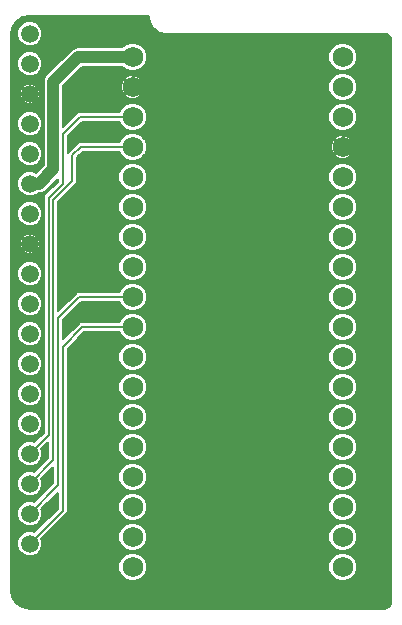
<source format=gbr>
G04 #@! TF.FileFunction,Copper,L1,Top,Signal*
%FSLAX46Y46*%
G04 Gerber Fmt 4.6, Leading zero omitted, Abs format (unit mm)*
G04 Created by KiCad (PCBNEW 4.0.6-e0-6349~53~ubuntu14.04.1) date Mon Apr  3 21:26:05 2017*
%MOMM*%
%LPD*%
G01*
G04 APERTURE LIST*
%ADD10C,0.100000*%
%ADD11C,1.500000*%
%ADD12C,1.752600*%
%ADD13C,1.000000*%
%ADD14C,0.200000*%
G04 APERTURE END LIST*
D10*
D11*
X128000000Y-85990000D03*
X128000000Y-88530000D03*
X128000000Y-91070000D03*
X128000000Y-93610000D03*
X128000000Y-96150000D03*
X128000000Y-98690000D03*
X128000000Y-101230000D03*
X128000000Y-103770000D03*
X128000000Y-106310000D03*
X128000000Y-108850000D03*
X128000000Y-111390000D03*
X128000000Y-113930000D03*
X128000000Y-116470000D03*
X128000000Y-119010000D03*
X128000000Y-121550000D03*
X128000000Y-124090000D03*
X128000000Y-83450000D03*
X128000000Y-80910000D03*
D12*
X136710000Y-82880000D03*
X136710000Y-85420000D03*
X136710000Y-87960000D03*
X136710000Y-90500000D03*
X136710000Y-93040000D03*
X136710000Y-95580000D03*
X136710000Y-98120000D03*
X136710000Y-100660000D03*
X136710000Y-103200000D03*
X136710000Y-105740000D03*
X136710000Y-108280000D03*
X136710000Y-110820000D03*
X136710000Y-113360000D03*
X136710000Y-115900000D03*
X136710000Y-118440000D03*
X136710000Y-120980000D03*
X136710000Y-123520000D03*
X136710000Y-126060000D03*
X154490000Y-82880000D03*
X154490000Y-85420000D03*
X154490000Y-87960000D03*
X154490000Y-90500000D03*
X154490000Y-93040000D03*
X154490000Y-95580000D03*
X154490000Y-98120000D03*
X154490000Y-100660000D03*
X154490000Y-103200000D03*
X154490000Y-105740000D03*
X154490000Y-108280000D03*
X154490000Y-110820000D03*
X154490000Y-113360000D03*
X154490000Y-115900000D03*
X154490000Y-118440000D03*
X154490000Y-120980000D03*
X154490000Y-123520000D03*
X154490000Y-126060000D03*
D13*
X128000000Y-93610000D02*
X128790000Y-93610000D01*
X132120000Y-82880000D02*
X136710000Y-82880000D01*
X130000000Y-85000000D02*
X132120000Y-82880000D01*
X130000000Y-92400000D02*
X130000000Y-85000000D01*
X128790000Y-93610000D02*
X130000000Y-92400000D01*
D14*
X128000000Y-116470000D02*
X129600000Y-114870000D01*
X132240000Y-87960000D02*
X136710000Y-87960000D01*
X130800002Y-89399998D02*
X132240000Y-87960000D01*
X130800002Y-93599998D02*
X130800002Y-89399998D01*
X129600000Y-94800000D02*
X130800002Y-93599998D01*
X129600000Y-114870000D02*
X129600000Y-94800000D01*
X128000000Y-119010000D02*
X130000002Y-117009998D01*
X132300000Y-90500000D02*
X136710000Y-90500000D01*
X131600000Y-91200000D02*
X132300000Y-90500000D01*
X131600000Y-93365688D02*
X131600000Y-91200000D01*
X130000002Y-94965686D02*
X131600000Y-93365688D01*
X130000002Y-117009998D02*
X130000002Y-94965686D01*
X128000000Y-121550000D02*
X130400004Y-119149996D01*
X132200000Y-103200000D02*
X136710000Y-103200000D01*
X130400004Y-104999996D02*
X132200000Y-103200000D01*
X130400004Y-119149996D02*
X130400004Y-104999996D01*
X128000000Y-124090000D02*
X130800006Y-121289994D01*
X132460000Y-105740000D02*
X136710000Y-105740000D01*
X130800006Y-107399994D02*
X132460000Y-105740000D01*
X130800006Y-121289994D02*
X130800006Y-107399994D01*
G36*
X138037220Y-79410142D02*
X138068774Y-79431225D01*
X138089859Y-79462781D01*
X138112590Y-79577060D01*
X138188710Y-79959743D01*
X138247689Y-80102133D01*
X138464462Y-80426557D01*
X138518953Y-80481047D01*
X138573443Y-80535538D01*
X138897867Y-80752310D01*
X139040256Y-80811290D01*
X139040257Y-80811290D01*
X139422940Y-80887410D01*
X139461843Y-80887410D01*
X139500000Y-80895000D01*
X157961098Y-80895000D01*
X158228561Y-80948201D01*
X158422327Y-81077671D01*
X158551799Y-81271440D01*
X158605000Y-81538902D01*
X158605000Y-128961098D01*
X158551799Y-129228560D01*
X158422327Y-129422329D01*
X158228561Y-129551799D01*
X157961098Y-129605000D01*
X128038903Y-129605000D01*
X127388755Y-129475677D01*
X126870565Y-129129435D01*
X126524323Y-128611245D01*
X126395000Y-127961096D01*
X126395000Y-126296915D01*
X135513493Y-126296915D01*
X135695235Y-126736764D01*
X136031466Y-127073583D01*
X136470997Y-127256092D01*
X136946915Y-127256507D01*
X137386764Y-127074765D01*
X137723583Y-126738534D01*
X137906092Y-126299003D01*
X137906093Y-126296915D01*
X153293493Y-126296915D01*
X153475235Y-126736764D01*
X153811466Y-127073583D01*
X154250997Y-127256092D01*
X154726915Y-127256507D01*
X155166764Y-127074765D01*
X155503583Y-126738534D01*
X155686092Y-126299003D01*
X155686507Y-125823085D01*
X155504765Y-125383236D01*
X155168534Y-125046417D01*
X154729003Y-124863908D01*
X154253085Y-124863493D01*
X153813236Y-125045235D01*
X153476417Y-125381466D01*
X153293908Y-125820997D01*
X153293493Y-126296915D01*
X137906093Y-126296915D01*
X137906507Y-125823085D01*
X137724765Y-125383236D01*
X137388534Y-125046417D01*
X136949003Y-124863908D01*
X136473085Y-124863493D01*
X136033236Y-125045235D01*
X135696417Y-125381466D01*
X135513908Y-125820997D01*
X135513493Y-126296915D01*
X126395000Y-126296915D01*
X126395000Y-114141902D01*
X126929814Y-114141902D01*
X127092369Y-114535315D01*
X127393102Y-114836573D01*
X127786230Y-114999814D01*
X128211902Y-115000186D01*
X128605315Y-114837631D01*
X128906573Y-114536898D01*
X129069814Y-114143770D01*
X129070186Y-113718098D01*
X128907631Y-113324685D01*
X128606898Y-113023427D01*
X128213770Y-112860186D01*
X127788098Y-112859814D01*
X127394685Y-113022369D01*
X127093427Y-113323102D01*
X126930186Y-113716230D01*
X126929814Y-114141902D01*
X126395000Y-114141902D01*
X126395000Y-111601902D01*
X126929814Y-111601902D01*
X127092369Y-111995315D01*
X127393102Y-112296573D01*
X127786230Y-112459814D01*
X128211902Y-112460186D01*
X128605315Y-112297631D01*
X128906573Y-111996898D01*
X129069814Y-111603770D01*
X129070186Y-111178098D01*
X128907631Y-110784685D01*
X128606898Y-110483427D01*
X128213770Y-110320186D01*
X127788098Y-110319814D01*
X127394685Y-110482369D01*
X127093427Y-110783102D01*
X126930186Y-111176230D01*
X126929814Y-111601902D01*
X126395000Y-111601902D01*
X126395000Y-109061902D01*
X126929814Y-109061902D01*
X127092369Y-109455315D01*
X127393102Y-109756573D01*
X127786230Y-109919814D01*
X128211902Y-109920186D01*
X128605315Y-109757631D01*
X128906573Y-109456898D01*
X129069814Y-109063770D01*
X129070186Y-108638098D01*
X128907631Y-108244685D01*
X128606898Y-107943427D01*
X128213770Y-107780186D01*
X127788098Y-107779814D01*
X127394685Y-107942369D01*
X127093427Y-108243102D01*
X126930186Y-108636230D01*
X126929814Y-109061902D01*
X126395000Y-109061902D01*
X126395000Y-106521902D01*
X126929814Y-106521902D01*
X127092369Y-106915315D01*
X127393102Y-107216573D01*
X127786230Y-107379814D01*
X128211902Y-107380186D01*
X128605315Y-107217631D01*
X128906573Y-106916898D01*
X129069814Y-106523770D01*
X129070186Y-106098098D01*
X128907631Y-105704685D01*
X128606898Y-105403427D01*
X128213770Y-105240186D01*
X127788098Y-105239814D01*
X127394685Y-105402369D01*
X127093427Y-105703102D01*
X126930186Y-106096230D01*
X126929814Y-106521902D01*
X126395000Y-106521902D01*
X126395000Y-103981902D01*
X126929814Y-103981902D01*
X127092369Y-104375315D01*
X127393102Y-104676573D01*
X127786230Y-104839814D01*
X128211902Y-104840186D01*
X128605315Y-104677631D01*
X128906573Y-104376898D01*
X129069814Y-103983770D01*
X129070186Y-103558098D01*
X128907631Y-103164685D01*
X128606898Y-102863427D01*
X128213770Y-102700186D01*
X127788098Y-102699814D01*
X127394685Y-102862369D01*
X127093427Y-103163102D01*
X126930186Y-103556230D01*
X126929814Y-103981902D01*
X126395000Y-103981902D01*
X126395000Y-101441902D01*
X126929814Y-101441902D01*
X127092369Y-101835315D01*
X127393102Y-102136573D01*
X127786230Y-102299814D01*
X128211902Y-102300186D01*
X128605315Y-102137631D01*
X128906573Y-101836898D01*
X129069814Y-101443770D01*
X129070186Y-101018098D01*
X128907631Y-100624685D01*
X128606898Y-100323427D01*
X128213770Y-100160186D01*
X127788098Y-100159814D01*
X127394685Y-100322369D01*
X127093427Y-100623102D01*
X126930186Y-101016230D01*
X126929814Y-101441902D01*
X126395000Y-101441902D01*
X126395000Y-99302553D01*
X127422802Y-99302553D01*
X127511032Y-99405539D01*
X127822078Y-99538192D01*
X128160210Y-99541715D01*
X128473952Y-99415573D01*
X128488968Y-99405539D01*
X128577198Y-99302553D01*
X128000000Y-98725355D01*
X127422802Y-99302553D01*
X126395000Y-99302553D01*
X126395000Y-98850210D01*
X127148285Y-98850210D01*
X127274427Y-99163952D01*
X127284461Y-99178968D01*
X127387447Y-99267198D01*
X127964645Y-98690000D01*
X128035355Y-98690000D01*
X128612553Y-99267198D01*
X128715539Y-99178968D01*
X128848192Y-98867922D01*
X128851715Y-98529790D01*
X128725573Y-98216048D01*
X128715539Y-98201032D01*
X128612553Y-98112802D01*
X128035355Y-98690000D01*
X127964645Y-98690000D01*
X127387447Y-98112802D01*
X127284461Y-98201032D01*
X127151808Y-98512078D01*
X127148285Y-98850210D01*
X126395000Y-98850210D01*
X126395000Y-98077447D01*
X127422802Y-98077447D01*
X128000000Y-98654645D01*
X128577198Y-98077447D01*
X128488968Y-97974461D01*
X128177922Y-97841808D01*
X127839790Y-97838285D01*
X127526048Y-97964427D01*
X127511032Y-97974461D01*
X127422802Y-98077447D01*
X126395000Y-98077447D01*
X126395000Y-96361902D01*
X126929814Y-96361902D01*
X127092369Y-96755315D01*
X127393102Y-97056573D01*
X127786230Y-97219814D01*
X128211902Y-97220186D01*
X128605315Y-97057631D01*
X128906573Y-96756898D01*
X129069814Y-96363770D01*
X129070186Y-95938098D01*
X128907631Y-95544685D01*
X128606898Y-95243427D01*
X128213770Y-95080186D01*
X127788098Y-95079814D01*
X127394685Y-95242369D01*
X127093427Y-95543102D01*
X126930186Y-95936230D01*
X126929814Y-96361902D01*
X126395000Y-96361902D01*
X126395000Y-93821902D01*
X126929814Y-93821902D01*
X127092369Y-94215315D01*
X127393102Y-94516573D01*
X127786230Y-94679814D01*
X128211902Y-94680186D01*
X128605315Y-94517631D01*
X128693099Y-94430000D01*
X128789995Y-94430000D01*
X128790000Y-94430001D01*
X129103801Y-94367581D01*
X129369828Y-94189828D01*
X130380002Y-93179653D01*
X130380002Y-93426028D01*
X129303015Y-94503015D01*
X129211971Y-94639273D01*
X129180000Y-94800000D01*
X129180000Y-114696030D01*
X128398950Y-115477080D01*
X128213770Y-115400186D01*
X127788098Y-115399814D01*
X127394685Y-115562369D01*
X127093427Y-115863102D01*
X126930186Y-116256230D01*
X126929814Y-116681902D01*
X127092369Y-117075315D01*
X127393102Y-117376573D01*
X127786230Y-117539814D01*
X128211902Y-117540186D01*
X128605315Y-117377631D01*
X128906573Y-117076898D01*
X129069814Y-116683770D01*
X129070186Y-116258098D01*
X128992905Y-116071065D01*
X129580002Y-115483968D01*
X129580002Y-116836028D01*
X128398950Y-118017080D01*
X128213770Y-117940186D01*
X127788098Y-117939814D01*
X127394685Y-118102369D01*
X127093427Y-118403102D01*
X126930186Y-118796230D01*
X126929814Y-119221902D01*
X127092369Y-119615315D01*
X127393102Y-119916573D01*
X127786230Y-120079814D01*
X128211902Y-120080186D01*
X128605315Y-119917631D01*
X128906573Y-119616898D01*
X129069814Y-119223770D01*
X129070186Y-118798098D01*
X128992905Y-118611065D01*
X129980004Y-117623966D01*
X129980004Y-118976026D01*
X128398950Y-120557080D01*
X128213770Y-120480186D01*
X127788098Y-120479814D01*
X127394685Y-120642369D01*
X127093427Y-120943102D01*
X126930186Y-121336230D01*
X126929814Y-121761902D01*
X127092369Y-122155315D01*
X127393102Y-122456573D01*
X127786230Y-122619814D01*
X128211902Y-122620186D01*
X128605315Y-122457631D01*
X128906573Y-122156898D01*
X129069814Y-121763770D01*
X129070186Y-121338098D01*
X128992905Y-121151065D01*
X130380006Y-119763964D01*
X130380006Y-121116024D01*
X128398950Y-123097080D01*
X128213770Y-123020186D01*
X127788098Y-123019814D01*
X127394685Y-123182369D01*
X127093427Y-123483102D01*
X126930186Y-123876230D01*
X126929814Y-124301902D01*
X127092369Y-124695315D01*
X127393102Y-124996573D01*
X127786230Y-125159814D01*
X128211902Y-125160186D01*
X128605315Y-124997631D01*
X128906573Y-124696898D01*
X129069814Y-124303770D01*
X129070186Y-123878098D01*
X129020114Y-123756915D01*
X135513493Y-123756915D01*
X135695235Y-124196764D01*
X136031466Y-124533583D01*
X136470997Y-124716092D01*
X136946915Y-124716507D01*
X137386764Y-124534765D01*
X137723583Y-124198534D01*
X137906092Y-123759003D01*
X137906093Y-123756915D01*
X153293493Y-123756915D01*
X153475235Y-124196764D01*
X153811466Y-124533583D01*
X154250997Y-124716092D01*
X154726915Y-124716507D01*
X155166764Y-124534765D01*
X155503583Y-124198534D01*
X155686092Y-123759003D01*
X155686507Y-123283085D01*
X155504765Y-122843236D01*
X155168534Y-122506417D01*
X154729003Y-122323908D01*
X154253085Y-122323493D01*
X153813236Y-122505235D01*
X153476417Y-122841466D01*
X153293908Y-123280997D01*
X153293493Y-123756915D01*
X137906093Y-123756915D01*
X137906507Y-123283085D01*
X137724765Y-122843236D01*
X137388534Y-122506417D01*
X136949003Y-122323908D01*
X136473085Y-122323493D01*
X136033236Y-122505235D01*
X135696417Y-122841466D01*
X135513908Y-123280997D01*
X135513493Y-123756915D01*
X129020114Y-123756915D01*
X128992905Y-123691065D01*
X131096991Y-121586979D01*
X131188035Y-121450721D01*
X131220006Y-121289994D01*
X131220006Y-121216915D01*
X135513493Y-121216915D01*
X135695235Y-121656764D01*
X136031466Y-121993583D01*
X136470997Y-122176092D01*
X136946915Y-122176507D01*
X137386764Y-121994765D01*
X137723583Y-121658534D01*
X137906092Y-121219003D01*
X137906093Y-121216915D01*
X153293493Y-121216915D01*
X153475235Y-121656764D01*
X153811466Y-121993583D01*
X154250997Y-122176092D01*
X154726915Y-122176507D01*
X155166764Y-121994765D01*
X155503583Y-121658534D01*
X155686092Y-121219003D01*
X155686507Y-120743085D01*
X155504765Y-120303236D01*
X155168534Y-119966417D01*
X154729003Y-119783908D01*
X154253085Y-119783493D01*
X153813236Y-119965235D01*
X153476417Y-120301466D01*
X153293908Y-120740997D01*
X153293493Y-121216915D01*
X137906093Y-121216915D01*
X137906507Y-120743085D01*
X137724765Y-120303236D01*
X137388534Y-119966417D01*
X136949003Y-119783908D01*
X136473085Y-119783493D01*
X136033236Y-119965235D01*
X135696417Y-120301466D01*
X135513908Y-120740997D01*
X135513493Y-121216915D01*
X131220006Y-121216915D01*
X131220006Y-118676915D01*
X135513493Y-118676915D01*
X135695235Y-119116764D01*
X136031466Y-119453583D01*
X136470997Y-119636092D01*
X136946915Y-119636507D01*
X137386764Y-119454765D01*
X137723583Y-119118534D01*
X137906092Y-118679003D01*
X137906093Y-118676915D01*
X153293493Y-118676915D01*
X153475235Y-119116764D01*
X153811466Y-119453583D01*
X154250997Y-119636092D01*
X154726915Y-119636507D01*
X155166764Y-119454765D01*
X155503583Y-119118534D01*
X155686092Y-118679003D01*
X155686507Y-118203085D01*
X155504765Y-117763236D01*
X155168534Y-117426417D01*
X154729003Y-117243908D01*
X154253085Y-117243493D01*
X153813236Y-117425235D01*
X153476417Y-117761466D01*
X153293908Y-118200997D01*
X153293493Y-118676915D01*
X137906093Y-118676915D01*
X137906507Y-118203085D01*
X137724765Y-117763236D01*
X137388534Y-117426417D01*
X136949003Y-117243908D01*
X136473085Y-117243493D01*
X136033236Y-117425235D01*
X135696417Y-117761466D01*
X135513908Y-118200997D01*
X135513493Y-118676915D01*
X131220006Y-118676915D01*
X131220006Y-116136915D01*
X135513493Y-116136915D01*
X135695235Y-116576764D01*
X136031466Y-116913583D01*
X136470997Y-117096092D01*
X136946915Y-117096507D01*
X137386764Y-116914765D01*
X137723583Y-116578534D01*
X137906092Y-116139003D01*
X137906093Y-116136915D01*
X153293493Y-116136915D01*
X153475235Y-116576764D01*
X153811466Y-116913583D01*
X154250997Y-117096092D01*
X154726915Y-117096507D01*
X155166764Y-116914765D01*
X155503583Y-116578534D01*
X155686092Y-116139003D01*
X155686507Y-115663085D01*
X155504765Y-115223236D01*
X155168534Y-114886417D01*
X154729003Y-114703908D01*
X154253085Y-114703493D01*
X153813236Y-114885235D01*
X153476417Y-115221466D01*
X153293908Y-115660997D01*
X153293493Y-116136915D01*
X137906093Y-116136915D01*
X137906507Y-115663085D01*
X137724765Y-115223236D01*
X137388534Y-114886417D01*
X136949003Y-114703908D01*
X136473085Y-114703493D01*
X136033236Y-114885235D01*
X135696417Y-115221466D01*
X135513908Y-115660997D01*
X135513493Y-116136915D01*
X131220006Y-116136915D01*
X131220006Y-113596915D01*
X135513493Y-113596915D01*
X135695235Y-114036764D01*
X136031466Y-114373583D01*
X136470997Y-114556092D01*
X136946915Y-114556507D01*
X137386764Y-114374765D01*
X137723583Y-114038534D01*
X137906092Y-113599003D01*
X137906093Y-113596915D01*
X153293493Y-113596915D01*
X153475235Y-114036764D01*
X153811466Y-114373583D01*
X154250997Y-114556092D01*
X154726915Y-114556507D01*
X155166764Y-114374765D01*
X155503583Y-114038534D01*
X155686092Y-113599003D01*
X155686507Y-113123085D01*
X155504765Y-112683236D01*
X155168534Y-112346417D01*
X154729003Y-112163908D01*
X154253085Y-112163493D01*
X153813236Y-112345235D01*
X153476417Y-112681466D01*
X153293908Y-113120997D01*
X153293493Y-113596915D01*
X137906093Y-113596915D01*
X137906507Y-113123085D01*
X137724765Y-112683236D01*
X137388534Y-112346417D01*
X136949003Y-112163908D01*
X136473085Y-112163493D01*
X136033236Y-112345235D01*
X135696417Y-112681466D01*
X135513908Y-113120997D01*
X135513493Y-113596915D01*
X131220006Y-113596915D01*
X131220006Y-111056915D01*
X135513493Y-111056915D01*
X135695235Y-111496764D01*
X136031466Y-111833583D01*
X136470997Y-112016092D01*
X136946915Y-112016507D01*
X137386764Y-111834765D01*
X137723583Y-111498534D01*
X137906092Y-111059003D01*
X137906093Y-111056915D01*
X153293493Y-111056915D01*
X153475235Y-111496764D01*
X153811466Y-111833583D01*
X154250997Y-112016092D01*
X154726915Y-112016507D01*
X155166764Y-111834765D01*
X155503583Y-111498534D01*
X155686092Y-111059003D01*
X155686507Y-110583085D01*
X155504765Y-110143236D01*
X155168534Y-109806417D01*
X154729003Y-109623908D01*
X154253085Y-109623493D01*
X153813236Y-109805235D01*
X153476417Y-110141466D01*
X153293908Y-110580997D01*
X153293493Y-111056915D01*
X137906093Y-111056915D01*
X137906507Y-110583085D01*
X137724765Y-110143236D01*
X137388534Y-109806417D01*
X136949003Y-109623908D01*
X136473085Y-109623493D01*
X136033236Y-109805235D01*
X135696417Y-110141466D01*
X135513908Y-110580997D01*
X135513493Y-111056915D01*
X131220006Y-111056915D01*
X131220006Y-108516915D01*
X135513493Y-108516915D01*
X135695235Y-108956764D01*
X136031466Y-109293583D01*
X136470997Y-109476092D01*
X136946915Y-109476507D01*
X137386764Y-109294765D01*
X137723583Y-108958534D01*
X137906092Y-108519003D01*
X137906093Y-108516915D01*
X153293493Y-108516915D01*
X153475235Y-108956764D01*
X153811466Y-109293583D01*
X154250997Y-109476092D01*
X154726915Y-109476507D01*
X155166764Y-109294765D01*
X155503583Y-108958534D01*
X155686092Y-108519003D01*
X155686507Y-108043085D01*
X155504765Y-107603236D01*
X155168534Y-107266417D01*
X154729003Y-107083908D01*
X154253085Y-107083493D01*
X153813236Y-107265235D01*
X153476417Y-107601466D01*
X153293908Y-108040997D01*
X153293493Y-108516915D01*
X137906093Y-108516915D01*
X137906507Y-108043085D01*
X137724765Y-107603236D01*
X137388534Y-107266417D01*
X136949003Y-107083908D01*
X136473085Y-107083493D01*
X136033236Y-107265235D01*
X135696417Y-107601466D01*
X135513908Y-108040997D01*
X135513493Y-108516915D01*
X131220006Y-108516915D01*
X131220006Y-107573964D01*
X132633970Y-106160000D01*
X135589142Y-106160000D01*
X135695235Y-106416764D01*
X136031466Y-106753583D01*
X136470997Y-106936092D01*
X136946915Y-106936507D01*
X137386764Y-106754765D01*
X137723583Y-106418534D01*
X137906092Y-105979003D01*
X137906093Y-105976915D01*
X153293493Y-105976915D01*
X153475235Y-106416764D01*
X153811466Y-106753583D01*
X154250997Y-106936092D01*
X154726915Y-106936507D01*
X155166764Y-106754765D01*
X155503583Y-106418534D01*
X155686092Y-105979003D01*
X155686507Y-105503085D01*
X155504765Y-105063236D01*
X155168534Y-104726417D01*
X154729003Y-104543908D01*
X154253085Y-104543493D01*
X153813236Y-104725235D01*
X153476417Y-105061466D01*
X153293908Y-105500997D01*
X153293493Y-105976915D01*
X137906093Y-105976915D01*
X137906507Y-105503085D01*
X137724765Y-105063236D01*
X137388534Y-104726417D01*
X136949003Y-104543908D01*
X136473085Y-104543493D01*
X136033236Y-104725235D01*
X135696417Y-105061466D01*
X135589064Y-105320000D01*
X132460000Y-105320000D01*
X132299273Y-105351971D01*
X132163015Y-105443015D01*
X130820004Y-106786026D01*
X130820004Y-105173966D01*
X132373970Y-103620000D01*
X135589142Y-103620000D01*
X135695235Y-103876764D01*
X136031466Y-104213583D01*
X136470997Y-104396092D01*
X136946915Y-104396507D01*
X137386764Y-104214765D01*
X137723583Y-103878534D01*
X137906092Y-103439003D01*
X137906093Y-103436915D01*
X153293493Y-103436915D01*
X153475235Y-103876764D01*
X153811466Y-104213583D01*
X154250997Y-104396092D01*
X154726915Y-104396507D01*
X155166764Y-104214765D01*
X155503583Y-103878534D01*
X155686092Y-103439003D01*
X155686507Y-102963085D01*
X155504765Y-102523236D01*
X155168534Y-102186417D01*
X154729003Y-102003908D01*
X154253085Y-102003493D01*
X153813236Y-102185235D01*
X153476417Y-102521466D01*
X153293908Y-102960997D01*
X153293493Y-103436915D01*
X137906093Y-103436915D01*
X137906507Y-102963085D01*
X137724765Y-102523236D01*
X137388534Y-102186417D01*
X136949003Y-102003908D01*
X136473085Y-102003493D01*
X136033236Y-102185235D01*
X135696417Y-102521466D01*
X135589064Y-102780000D01*
X132200000Y-102780000D01*
X132039273Y-102811971D01*
X131903015Y-102903015D01*
X130420002Y-104386028D01*
X130420002Y-100896915D01*
X135513493Y-100896915D01*
X135695235Y-101336764D01*
X136031466Y-101673583D01*
X136470997Y-101856092D01*
X136946915Y-101856507D01*
X137386764Y-101674765D01*
X137723583Y-101338534D01*
X137906092Y-100899003D01*
X137906093Y-100896915D01*
X153293493Y-100896915D01*
X153475235Y-101336764D01*
X153811466Y-101673583D01*
X154250997Y-101856092D01*
X154726915Y-101856507D01*
X155166764Y-101674765D01*
X155503583Y-101338534D01*
X155686092Y-100899003D01*
X155686507Y-100423085D01*
X155504765Y-99983236D01*
X155168534Y-99646417D01*
X154729003Y-99463908D01*
X154253085Y-99463493D01*
X153813236Y-99645235D01*
X153476417Y-99981466D01*
X153293908Y-100420997D01*
X153293493Y-100896915D01*
X137906093Y-100896915D01*
X137906507Y-100423085D01*
X137724765Y-99983236D01*
X137388534Y-99646417D01*
X136949003Y-99463908D01*
X136473085Y-99463493D01*
X136033236Y-99645235D01*
X135696417Y-99981466D01*
X135513908Y-100420997D01*
X135513493Y-100896915D01*
X130420002Y-100896915D01*
X130420002Y-98356915D01*
X135513493Y-98356915D01*
X135695235Y-98796764D01*
X136031466Y-99133583D01*
X136470997Y-99316092D01*
X136946915Y-99316507D01*
X137386764Y-99134765D01*
X137723583Y-98798534D01*
X137906092Y-98359003D01*
X137906093Y-98356915D01*
X153293493Y-98356915D01*
X153475235Y-98796764D01*
X153811466Y-99133583D01*
X154250997Y-99316092D01*
X154726915Y-99316507D01*
X155166764Y-99134765D01*
X155503583Y-98798534D01*
X155686092Y-98359003D01*
X155686507Y-97883085D01*
X155504765Y-97443236D01*
X155168534Y-97106417D01*
X154729003Y-96923908D01*
X154253085Y-96923493D01*
X153813236Y-97105235D01*
X153476417Y-97441466D01*
X153293908Y-97880997D01*
X153293493Y-98356915D01*
X137906093Y-98356915D01*
X137906507Y-97883085D01*
X137724765Y-97443236D01*
X137388534Y-97106417D01*
X136949003Y-96923908D01*
X136473085Y-96923493D01*
X136033236Y-97105235D01*
X135696417Y-97441466D01*
X135513908Y-97880997D01*
X135513493Y-98356915D01*
X130420002Y-98356915D01*
X130420002Y-95816915D01*
X135513493Y-95816915D01*
X135695235Y-96256764D01*
X136031466Y-96593583D01*
X136470997Y-96776092D01*
X136946915Y-96776507D01*
X137386764Y-96594765D01*
X137723583Y-96258534D01*
X137906092Y-95819003D01*
X137906093Y-95816915D01*
X153293493Y-95816915D01*
X153475235Y-96256764D01*
X153811466Y-96593583D01*
X154250997Y-96776092D01*
X154726915Y-96776507D01*
X155166764Y-96594765D01*
X155503583Y-96258534D01*
X155686092Y-95819003D01*
X155686507Y-95343085D01*
X155504765Y-94903236D01*
X155168534Y-94566417D01*
X154729003Y-94383908D01*
X154253085Y-94383493D01*
X153813236Y-94565235D01*
X153476417Y-94901466D01*
X153293908Y-95340997D01*
X153293493Y-95816915D01*
X137906093Y-95816915D01*
X137906507Y-95343085D01*
X137724765Y-94903236D01*
X137388534Y-94566417D01*
X136949003Y-94383908D01*
X136473085Y-94383493D01*
X136033236Y-94565235D01*
X135696417Y-94901466D01*
X135513908Y-95340997D01*
X135513493Y-95816915D01*
X130420002Y-95816915D01*
X130420002Y-95139656D01*
X131896985Y-93662673D01*
X131988029Y-93526415D01*
X132020000Y-93365688D01*
X132020000Y-93276915D01*
X135513493Y-93276915D01*
X135695235Y-93716764D01*
X136031466Y-94053583D01*
X136470997Y-94236092D01*
X136946915Y-94236507D01*
X137386764Y-94054765D01*
X137723583Y-93718534D01*
X137906092Y-93279003D01*
X137906093Y-93276915D01*
X153293493Y-93276915D01*
X153475235Y-93716764D01*
X153811466Y-94053583D01*
X154250997Y-94236092D01*
X154726915Y-94236507D01*
X155166764Y-94054765D01*
X155503583Y-93718534D01*
X155686092Y-93279003D01*
X155686507Y-92803085D01*
X155504765Y-92363236D01*
X155168534Y-92026417D01*
X154729003Y-91843908D01*
X154253085Y-91843493D01*
X153813236Y-92025235D01*
X153476417Y-92361466D01*
X153293908Y-92800997D01*
X153293493Y-93276915D01*
X137906093Y-93276915D01*
X137906507Y-92803085D01*
X137724765Y-92363236D01*
X137388534Y-92026417D01*
X136949003Y-91843908D01*
X136473085Y-91843493D01*
X136033236Y-92025235D01*
X135696417Y-92361466D01*
X135513908Y-92800997D01*
X135513493Y-93276915D01*
X132020000Y-93276915D01*
X132020000Y-91373970D01*
X132473969Y-90920000D01*
X135589142Y-90920000D01*
X135695235Y-91176764D01*
X136031466Y-91513583D01*
X136470997Y-91696092D01*
X136946915Y-91696507D01*
X137386764Y-91514765D01*
X137698428Y-91203645D01*
X153821710Y-91203645D01*
X153925312Y-91319758D01*
X154282005Y-91473454D01*
X154670362Y-91478951D01*
X155031261Y-91335411D01*
X155054688Y-91319758D01*
X155158290Y-91203645D01*
X154490000Y-90535355D01*
X153821710Y-91203645D01*
X137698428Y-91203645D01*
X137723583Y-91178534D01*
X137906092Y-90739003D01*
X137906143Y-90680362D01*
X153511049Y-90680362D01*
X153654589Y-91041261D01*
X153670242Y-91064688D01*
X153786355Y-91168290D01*
X154454645Y-90500000D01*
X154525355Y-90500000D01*
X155193645Y-91168290D01*
X155309758Y-91064688D01*
X155463454Y-90707995D01*
X155468951Y-90319638D01*
X155325411Y-89958739D01*
X155309758Y-89935312D01*
X155193645Y-89831710D01*
X154525355Y-90500000D01*
X154454645Y-90500000D01*
X153786355Y-89831710D01*
X153670242Y-89935312D01*
X153516546Y-90292005D01*
X153511049Y-90680362D01*
X137906143Y-90680362D01*
X137906507Y-90263085D01*
X137724765Y-89823236D01*
X137697931Y-89796355D01*
X153821710Y-89796355D01*
X154490000Y-90464645D01*
X155158290Y-89796355D01*
X155054688Y-89680242D01*
X154697995Y-89526546D01*
X154309638Y-89521049D01*
X153948739Y-89664589D01*
X153925312Y-89680242D01*
X153821710Y-89796355D01*
X137697931Y-89796355D01*
X137388534Y-89486417D01*
X136949003Y-89303908D01*
X136473085Y-89303493D01*
X136033236Y-89485235D01*
X135696417Y-89821466D01*
X135589064Y-90080000D01*
X132300000Y-90080000D01*
X132139273Y-90111971D01*
X132003015Y-90203015D01*
X132003013Y-90203018D01*
X131303015Y-90903015D01*
X131220002Y-91027254D01*
X131220002Y-89573968D01*
X132413970Y-88380000D01*
X135589142Y-88380000D01*
X135695235Y-88636764D01*
X136031466Y-88973583D01*
X136470997Y-89156092D01*
X136946915Y-89156507D01*
X137386764Y-88974765D01*
X137723583Y-88638534D01*
X137906092Y-88199003D01*
X137906093Y-88196915D01*
X153293493Y-88196915D01*
X153475235Y-88636764D01*
X153811466Y-88973583D01*
X154250997Y-89156092D01*
X154726915Y-89156507D01*
X155166764Y-88974765D01*
X155503583Y-88638534D01*
X155686092Y-88199003D01*
X155686507Y-87723085D01*
X155504765Y-87283236D01*
X155168534Y-86946417D01*
X154729003Y-86763908D01*
X154253085Y-86763493D01*
X153813236Y-86945235D01*
X153476417Y-87281466D01*
X153293908Y-87720997D01*
X153293493Y-88196915D01*
X137906093Y-88196915D01*
X137906507Y-87723085D01*
X137724765Y-87283236D01*
X137388534Y-86946417D01*
X136949003Y-86763908D01*
X136473085Y-86763493D01*
X136033236Y-86945235D01*
X135696417Y-87281466D01*
X135589064Y-87540000D01*
X132240000Y-87540000D01*
X132079273Y-87571971D01*
X131943015Y-87663015D01*
X130820000Y-88786030D01*
X130820000Y-86123645D01*
X136041710Y-86123645D01*
X136145312Y-86239758D01*
X136502005Y-86393454D01*
X136890362Y-86398951D01*
X137251261Y-86255411D01*
X137274688Y-86239758D01*
X137378290Y-86123645D01*
X136710000Y-85455355D01*
X136041710Y-86123645D01*
X130820000Y-86123645D01*
X130820000Y-85600362D01*
X135731049Y-85600362D01*
X135874589Y-85961261D01*
X135890242Y-85984688D01*
X136006355Y-86088290D01*
X136674645Y-85420000D01*
X136745355Y-85420000D01*
X137413645Y-86088290D01*
X137529758Y-85984688D01*
X137670992Y-85656915D01*
X153293493Y-85656915D01*
X153475235Y-86096764D01*
X153811466Y-86433583D01*
X154250997Y-86616092D01*
X154726915Y-86616507D01*
X155166764Y-86434765D01*
X155503583Y-86098534D01*
X155686092Y-85659003D01*
X155686507Y-85183085D01*
X155504765Y-84743236D01*
X155168534Y-84406417D01*
X154729003Y-84223908D01*
X154253085Y-84223493D01*
X153813236Y-84405235D01*
X153476417Y-84741466D01*
X153293908Y-85180997D01*
X153293493Y-85656915D01*
X137670992Y-85656915D01*
X137683454Y-85627995D01*
X137688951Y-85239638D01*
X137545411Y-84878739D01*
X137529758Y-84855312D01*
X137413645Y-84751710D01*
X136745355Y-85420000D01*
X136674645Y-85420000D01*
X136006355Y-84751710D01*
X135890242Y-84855312D01*
X135736546Y-85212005D01*
X135731049Y-85600362D01*
X130820000Y-85600362D01*
X130820000Y-85339656D01*
X131443300Y-84716355D01*
X136041710Y-84716355D01*
X136710000Y-85384645D01*
X137378290Y-84716355D01*
X137274688Y-84600242D01*
X136917995Y-84446546D01*
X136529638Y-84441049D01*
X136168739Y-84584589D01*
X136145312Y-84600242D01*
X136041710Y-84716355D01*
X131443300Y-84716355D01*
X132459655Y-83700000D01*
X135838221Y-83700000D01*
X136031466Y-83893583D01*
X136470997Y-84076092D01*
X136946915Y-84076507D01*
X137386764Y-83894765D01*
X137723583Y-83558534D01*
X137906092Y-83119003D01*
X137906093Y-83116915D01*
X153293493Y-83116915D01*
X153475235Y-83556764D01*
X153811466Y-83893583D01*
X154250997Y-84076092D01*
X154726915Y-84076507D01*
X155166764Y-83894765D01*
X155503583Y-83558534D01*
X155686092Y-83119003D01*
X155686507Y-82643085D01*
X155504765Y-82203236D01*
X155168534Y-81866417D01*
X154729003Y-81683908D01*
X154253085Y-81683493D01*
X153813236Y-81865235D01*
X153476417Y-82201466D01*
X153293908Y-82640997D01*
X153293493Y-83116915D01*
X137906093Y-83116915D01*
X137906507Y-82643085D01*
X137724765Y-82203236D01*
X137388534Y-81866417D01*
X136949003Y-81683908D01*
X136473085Y-81683493D01*
X136033236Y-81865235D01*
X135838130Y-82060000D01*
X132120005Y-82060000D01*
X132120000Y-82059999D01*
X131806200Y-82122419D01*
X131540172Y-82300172D01*
X131540170Y-82300175D01*
X129420172Y-84420172D01*
X129242419Y-84686199D01*
X129179999Y-85000000D01*
X129180000Y-85000005D01*
X129180000Y-92060345D01*
X128557450Y-92682894D01*
X128213770Y-92540186D01*
X127788098Y-92539814D01*
X127394685Y-92702369D01*
X127093427Y-93003102D01*
X126930186Y-93396230D01*
X126929814Y-93821902D01*
X126395000Y-93821902D01*
X126395000Y-91281902D01*
X126929814Y-91281902D01*
X127092369Y-91675315D01*
X127393102Y-91976573D01*
X127786230Y-92139814D01*
X128211902Y-92140186D01*
X128605315Y-91977631D01*
X128906573Y-91676898D01*
X129069814Y-91283770D01*
X129070186Y-90858098D01*
X128907631Y-90464685D01*
X128606898Y-90163427D01*
X128213770Y-90000186D01*
X127788098Y-89999814D01*
X127394685Y-90162369D01*
X127093427Y-90463102D01*
X126930186Y-90856230D01*
X126929814Y-91281902D01*
X126395000Y-91281902D01*
X126395000Y-88741902D01*
X126929814Y-88741902D01*
X127092369Y-89135315D01*
X127393102Y-89436573D01*
X127786230Y-89599814D01*
X128211902Y-89600186D01*
X128605315Y-89437631D01*
X128906573Y-89136898D01*
X129069814Y-88743770D01*
X129070186Y-88318098D01*
X128907631Y-87924685D01*
X128606898Y-87623427D01*
X128213770Y-87460186D01*
X127788098Y-87459814D01*
X127394685Y-87622369D01*
X127093427Y-87923102D01*
X126930186Y-88316230D01*
X126929814Y-88741902D01*
X126395000Y-88741902D01*
X126395000Y-86602553D01*
X127422802Y-86602553D01*
X127511032Y-86705539D01*
X127822078Y-86838192D01*
X128160210Y-86841715D01*
X128473952Y-86715573D01*
X128488968Y-86705539D01*
X128577198Y-86602553D01*
X128000000Y-86025355D01*
X127422802Y-86602553D01*
X126395000Y-86602553D01*
X126395000Y-86150210D01*
X127148285Y-86150210D01*
X127274427Y-86463952D01*
X127284461Y-86478968D01*
X127387447Y-86567198D01*
X127964645Y-85990000D01*
X128035355Y-85990000D01*
X128612553Y-86567198D01*
X128715539Y-86478968D01*
X128848192Y-86167922D01*
X128851715Y-85829790D01*
X128725573Y-85516048D01*
X128715539Y-85501032D01*
X128612553Y-85412802D01*
X128035355Y-85990000D01*
X127964645Y-85990000D01*
X127387447Y-85412802D01*
X127284461Y-85501032D01*
X127151808Y-85812078D01*
X127148285Y-86150210D01*
X126395000Y-86150210D01*
X126395000Y-85377447D01*
X127422802Y-85377447D01*
X128000000Y-85954645D01*
X128577198Y-85377447D01*
X128488968Y-85274461D01*
X128177922Y-85141808D01*
X127839790Y-85138285D01*
X127526048Y-85264427D01*
X127511032Y-85274461D01*
X127422802Y-85377447D01*
X126395000Y-85377447D01*
X126395000Y-83661902D01*
X126929814Y-83661902D01*
X127092369Y-84055315D01*
X127393102Y-84356573D01*
X127786230Y-84519814D01*
X128211902Y-84520186D01*
X128605315Y-84357631D01*
X128906573Y-84056898D01*
X129069814Y-83663770D01*
X129070186Y-83238098D01*
X128907631Y-82844685D01*
X128606898Y-82543427D01*
X128213770Y-82380186D01*
X127788098Y-82379814D01*
X127394685Y-82542369D01*
X127093427Y-82843102D01*
X126930186Y-83236230D01*
X126929814Y-83661902D01*
X126395000Y-83661902D01*
X126395000Y-81121902D01*
X126929814Y-81121902D01*
X127092369Y-81515315D01*
X127393102Y-81816573D01*
X127786230Y-81979814D01*
X128211902Y-81980186D01*
X128605315Y-81817631D01*
X128906573Y-81516898D01*
X129069814Y-81123770D01*
X129070186Y-80698098D01*
X128907631Y-80304685D01*
X128606898Y-80003427D01*
X128213770Y-79840186D01*
X127788098Y-79839814D01*
X127394685Y-80002369D01*
X127093427Y-80303102D01*
X126930186Y-80696230D01*
X126929814Y-81121902D01*
X126395000Y-81121902D01*
X126395000Y-81038904D01*
X126524323Y-80388755D01*
X126870565Y-79870565D01*
X127388755Y-79524323D01*
X128038903Y-79395000D01*
X137961098Y-79395000D01*
X138037220Y-79410142D01*
X138037220Y-79410142D01*
G37*
X138037220Y-79410142D02*
X138068774Y-79431225D01*
X138089859Y-79462781D01*
X138112590Y-79577060D01*
X138188710Y-79959743D01*
X138247689Y-80102133D01*
X138464462Y-80426557D01*
X138518953Y-80481047D01*
X138573443Y-80535538D01*
X138897867Y-80752310D01*
X139040256Y-80811290D01*
X139040257Y-80811290D01*
X139422940Y-80887410D01*
X139461843Y-80887410D01*
X139500000Y-80895000D01*
X157961098Y-80895000D01*
X158228561Y-80948201D01*
X158422327Y-81077671D01*
X158551799Y-81271440D01*
X158605000Y-81538902D01*
X158605000Y-128961098D01*
X158551799Y-129228560D01*
X158422327Y-129422329D01*
X158228561Y-129551799D01*
X157961098Y-129605000D01*
X128038903Y-129605000D01*
X127388755Y-129475677D01*
X126870565Y-129129435D01*
X126524323Y-128611245D01*
X126395000Y-127961096D01*
X126395000Y-126296915D01*
X135513493Y-126296915D01*
X135695235Y-126736764D01*
X136031466Y-127073583D01*
X136470997Y-127256092D01*
X136946915Y-127256507D01*
X137386764Y-127074765D01*
X137723583Y-126738534D01*
X137906092Y-126299003D01*
X137906093Y-126296915D01*
X153293493Y-126296915D01*
X153475235Y-126736764D01*
X153811466Y-127073583D01*
X154250997Y-127256092D01*
X154726915Y-127256507D01*
X155166764Y-127074765D01*
X155503583Y-126738534D01*
X155686092Y-126299003D01*
X155686507Y-125823085D01*
X155504765Y-125383236D01*
X155168534Y-125046417D01*
X154729003Y-124863908D01*
X154253085Y-124863493D01*
X153813236Y-125045235D01*
X153476417Y-125381466D01*
X153293908Y-125820997D01*
X153293493Y-126296915D01*
X137906093Y-126296915D01*
X137906507Y-125823085D01*
X137724765Y-125383236D01*
X137388534Y-125046417D01*
X136949003Y-124863908D01*
X136473085Y-124863493D01*
X136033236Y-125045235D01*
X135696417Y-125381466D01*
X135513908Y-125820997D01*
X135513493Y-126296915D01*
X126395000Y-126296915D01*
X126395000Y-114141902D01*
X126929814Y-114141902D01*
X127092369Y-114535315D01*
X127393102Y-114836573D01*
X127786230Y-114999814D01*
X128211902Y-115000186D01*
X128605315Y-114837631D01*
X128906573Y-114536898D01*
X129069814Y-114143770D01*
X129070186Y-113718098D01*
X128907631Y-113324685D01*
X128606898Y-113023427D01*
X128213770Y-112860186D01*
X127788098Y-112859814D01*
X127394685Y-113022369D01*
X127093427Y-113323102D01*
X126930186Y-113716230D01*
X126929814Y-114141902D01*
X126395000Y-114141902D01*
X126395000Y-111601902D01*
X126929814Y-111601902D01*
X127092369Y-111995315D01*
X127393102Y-112296573D01*
X127786230Y-112459814D01*
X128211902Y-112460186D01*
X128605315Y-112297631D01*
X128906573Y-111996898D01*
X129069814Y-111603770D01*
X129070186Y-111178098D01*
X128907631Y-110784685D01*
X128606898Y-110483427D01*
X128213770Y-110320186D01*
X127788098Y-110319814D01*
X127394685Y-110482369D01*
X127093427Y-110783102D01*
X126930186Y-111176230D01*
X126929814Y-111601902D01*
X126395000Y-111601902D01*
X126395000Y-109061902D01*
X126929814Y-109061902D01*
X127092369Y-109455315D01*
X127393102Y-109756573D01*
X127786230Y-109919814D01*
X128211902Y-109920186D01*
X128605315Y-109757631D01*
X128906573Y-109456898D01*
X129069814Y-109063770D01*
X129070186Y-108638098D01*
X128907631Y-108244685D01*
X128606898Y-107943427D01*
X128213770Y-107780186D01*
X127788098Y-107779814D01*
X127394685Y-107942369D01*
X127093427Y-108243102D01*
X126930186Y-108636230D01*
X126929814Y-109061902D01*
X126395000Y-109061902D01*
X126395000Y-106521902D01*
X126929814Y-106521902D01*
X127092369Y-106915315D01*
X127393102Y-107216573D01*
X127786230Y-107379814D01*
X128211902Y-107380186D01*
X128605315Y-107217631D01*
X128906573Y-106916898D01*
X129069814Y-106523770D01*
X129070186Y-106098098D01*
X128907631Y-105704685D01*
X128606898Y-105403427D01*
X128213770Y-105240186D01*
X127788098Y-105239814D01*
X127394685Y-105402369D01*
X127093427Y-105703102D01*
X126930186Y-106096230D01*
X126929814Y-106521902D01*
X126395000Y-106521902D01*
X126395000Y-103981902D01*
X126929814Y-103981902D01*
X127092369Y-104375315D01*
X127393102Y-104676573D01*
X127786230Y-104839814D01*
X128211902Y-104840186D01*
X128605315Y-104677631D01*
X128906573Y-104376898D01*
X129069814Y-103983770D01*
X129070186Y-103558098D01*
X128907631Y-103164685D01*
X128606898Y-102863427D01*
X128213770Y-102700186D01*
X127788098Y-102699814D01*
X127394685Y-102862369D01*
X127093427Y-103163102D01*
X126930186Y-103556230D01*
X126929814Y-103981902D01*
X126395000Y-103981902D01*
X126395000Y-101441902D01*
X126929814Y-101441902D01*
X127092369Y-101835315D01*
X127393102Y-102136573D01*
X127786230Y-102299814D01*
X128211902Y-102300186D01*
X128605315Y-102137631D01*
X128906573Y-101836898D01*
X129069814Y-101443770D01*
X129070186Y-101018098D01*
X128907631Y-100624685D01*
X128606898Y-100323427D01*
X128213770Y-100160186D01*
X127788098Y-100159814D01*
X127394685Y-100322369D01*
X127093427Y-100623102D01*
X126930186Y-101016230D01*
X126929814Y-101441902D01*
X126395000Y-101441902D01*
X126395000Y-99302553D01*
X127422802Y-99302553D01*
X127511032Y-99405539D01*
X127822078Y-99538192D01*
X128160210Y-99541715D01*
X128473952Y-99415573D01*
X128488968Y-99405539D01*
X128577198Y-99302553D01*
X128000000Y-98725355D01*
X127422802Y-99302553D01*
X126395000Y-99302553D01*
X126395000Y-98850210D01*
X127148285Y-98850210D01*
X127274427Y-99163952D01*
X127284461Y-99178968D01*
X127387447Y-99267198D01*
X127964645Y-98690000D01*
X128035355Y-98690000D01*
X128612553Y-99267198D01*
X128715539Y-99178968D01*
X128848192Y-98867922D01*
X128851715Y-98529790D01*
X128725573Y-98216048D01*
X128715539Y-98201032D01*
X128612553Y-98112802D01*
X128035355Y-98690000D01*
X127964645Y-98690000D01*
X127387447Y-98112802D01*
X127284461Y-98201032D01*
X127151808Y-98512078D01*
X127148285Y-98850210D01*
X126395000Y-98850210D01*
X126395000Y-98077447D01*
X127422802Y-98077447D01*
X128000000Y-98654645D01*
X128577198Y-98077447D01*
X128488968Y-97974461D01*
X128177922Y-97841808D01*
X127839790Y-97838285D01*
X127526048Y-97964427D01*
X127511032Y-97974461D01*
X127422802Y-98077447D01*
X126395000Y-98077447D01*
X126395000Y-96361902D01*
X126929814Y-96361902D01*
X127092369Y-96755315D01*
X127393102Y-97056573D01*
X127786230Y-97219814D01*
X128211902Y-97220186D01*
X128605315Y-97057631D01*
X128906573Y-96756898D01*
X129069814Y-96363770D01*
X129070186Y-95938098D01*
X128907631Y-95544685D01*
X128606898Y-95243427D01*
X128213770Y-95080186D01*
X127788098Y-95079814D01*
X127394685Y-95242369D01*
X127093427Y-95543102D01*
X126930186Y-95936230D01*
X126929814Y-96361902D01*
X126395000Y-96361902D01*
X126395000Y-93821902D01*
X126929814Y-93821902D01*
X127092369Y-94215315D01*
X127393102Y-94516573D01*
X127786230Y-94679814D01*
X128211902Y-94680186D01*
X128605315Y-94517631D01*
X128693099Y-94430000D01*
X128789995Y-94430000D01*
X128790000Y-94430001D01*
X129103801Y-94367581D01*
X129369828Y-94189828D01*
X130380002Y-93179653D01*
X130380002Y-93426028D01*
X129303015Y-94503015D01*
X129211971Y-94639273D01*
X129180000Y-94800000D01*
X129180000Y-114696030D01*
X128398950Y-115477080D01*
X128213770Y-115400186D01*
X127788098Y-115399814D01*
X127394685Y-115562369D01*
X127093427Y-115863102D01*
X126930186Y-116256230D01*
X126929814Y-116681902D01*
X127092369Y-117075315D01*
X127393102Y-117376573D01*
X127786230Y-117539814D01*
X128211902Y-117540186D01*
X128605315Y-117377631D01*
X128906573Y-117076898D01*
X129069814Y-116683770D01*
X129070186Y-116258098D01*
X128992905Y-116071065D01*
X129580002Y-115483968D01*
X129580002Y-116836028D01*
X128398950Y-118017080D01*
X128213770Y-117940186D01*
X127788098Y-117939814D01*
X127394685Y-118102369D01*
X127093427Y-118403102D01*
X126930186Y-118796230D01*
X126929814Y-119221902D01*
X127092369Y-119615315D01*
X127393102Y-119916573D01*
X127786230Y-120079814D01*
X128211902Y-120080186D01*
X128605315Y-119917631D01*
X128906573Y-119616898D01*
X129069814Y-119223770D01*
X129070186Y-118798098D01*
X128992905Y-118611065D01*
X129980004Y-117623966D01*
X129980004Y-118976026D01*
X128398950Y-120557080D01*
X128213770Y-120480186D01*
X127788098Y-120479814D01*
X127394685Y-120642369D01*
X127093427Y-120943102D01*
X126930186Y-121336230D01*
X126929814Y-121761902D01*
X127092369Y-122155315D01*
X127393102Y-122456573D01*
X127786230Y-122619814D01*
X128211902Y-122620186D01*
X128605315Y-122457631D01*
X128906573Y-122156898D01*
X129069814Y-121763770D01*
X129070186Y-121338098D01*
X128992905Y-121151065D01*
X130380006Y-119763964D01*
X130380006Y-121116024D01*
X128398950Y-123097080D01*
X128213770Y-123020186D01*
X127788098Y-123019814D01*
X127394685Y-123182369D01*
X127093427Y-123483102D01*
X126930186Y-123876230D01*
X126929814Y-124301902D01*
X127092369Y-124695315D01*
X127393102Y-124996573D01*
X127786230Y-125159814D01*
X128211902Y-125160186D01*
X128605315Y-124997631D01*
X128906573Y-124696898D01*
X129069814Y-124303770D01*
X129070186Y-123878098D01*
X129020114Y-123756915D01*
X135513493Y-123756915D01*
X135695235Y-124196764D01*
X136031466Y-124533583D01*
X136470997Y-124716092D01*
X136946915Y-124716507D01*
X137386764Y-124534765D01*
X137723583Y-124198534D01*
X137906092Y-123759003D01*
X137906093Y-123756915D01*
X153293493Y-123756915D01*
X153475235Y-124196764D01*
X153811466Y-124533583D01*
X154250997Y-124716092D01*
X154726915Y-124716507D01*
X155166764Y-124534765D01*
X155503583Y-124198534D01*
X155686092Y-123759003D01*
X155686507Y-123283085D01*
X155504765Y-122843236D01*
X155168534Y-122506417D01*
X154729003Y-122323908D01*
X154253085Y-122323493D01*
X153813236Y-122505235D01*
X153476417Y-122841466D01*
X153293908Y-123280997D01*
X153293493Y-123756915D01*
X137906093Y-123756915D01*
X137906507Y-123283085D01*
X137724765Y-122843236D01*
X137388534Y-122506417D01*
X136949003Y-122323908D01*
X136473085Y-122323493D01*
X136033236Y-122505235D01*
X135696417Y-122841466D01*
X135513908Y-123280997D01*
X135513493Y-123756915D01*
X129020114Y-123756915D01*
X128992905Y-123691065D01*
X131096991Y-121586979D01*
X131188035Y-121450721D01*
X131220006Y-121289994D01*
X131220006Y-121216915D01*
X135513493Y-121216915D01*
X135695235Y-121656764D01*
X136031466Y-121993583D01*
X136470997Y-122176092D01*
X136946915Y-122176507D01*
X137386764Y-121994765D01*
X137723583Y-121658534D01*
X137906092Y-121219003D01*
X137906093Y-121216915D01*
X153293493Y-121216915D01*
X153475235Y-121656764D01*
X153811466Y-121993583D01*
X154250997Y-122176092D01*
X154726915Y-122176507D01*
X155166764Y-121994765D01*
X155503583Y-121658534D01*
X155686092Y-121219003D01*
X155686507Y-120743085D01*
X155504765Y-120303236D01*
X155168534Y-119966417D01*
X154729003Y-119783908D01*
X154253085Y-119783493D01*
X153813236Y-119965235D01*
X153476417Y-120301466D01*
X153293908Y-120740997D01*
X153293493Y-121216915D01*
X137906093Y-121216915D01*
X137906507Y-120743085D01*
X137724765Y-120303236D01*
X137388534Y-119966417D01*
X136949003Y-119783908D01*
X136473085Y-119783493D01*
X136033236Y-119965235D01*
X135696417Y-120301466D01*
X135513908Y-120740997D01*
X135513493Y-121216915D01*
X131220006Y-121216915D01*
X131220006Y-118676915D01*
X135513493Y-118676915D01*
X135695235Y-119116764D01*
X136031466Y-119453583D01*
X136470997Y-119636092D01*
X136946915Y-119636507D01*
X137386764Y-119454765D01*
X137723583Y-119118534D01*
X137906092Y-118679003D01*
X137906093Y-118676915D01*
X153293493Y-118676915D01*
X153475235Y-119116764D01*
X153811466Y-119453583D01*
X154250997Y-119636092D01*
X154726915Y-119636507D01*
X155166764Y-119454765D01*
X155503583Y-119118534D01*
X155686092Y-118679003D01*
X155686507Y-118203085D01*
X155504765Y-117763236D01*
X155168534Y-117426417D01*
X154729003Y-117243908D01*
X154253085Y-117243493D01*
X153813236Y-117425235D01*
X153476417Y-117761466D01*
X153293908Y-118200997D01*
X153293493Y-118676915D01*
X137906093Y-118676915D01*
X137906507Y-118203085D01*
X137724765Y-117763236D01*
X137388534Y-117426417D01*
X136949003Y-117243908D01*
X136473085Y-117243493D01*
X136033236Y-117425235D01*
X135696417Y-117761466D01*
X135513908Y-118200997D01*
X135513493Y-118676915D01*
X131220006Y-118676915D01*
X131220006Y-116136915D01*
X135513493Y-116136915D01*
X135695235Y-116576764D01*
X136031466Y-116913583D01*
X136470997Y-117096092D01*
X136946915Y-117096507D01*
X137386764Y-116914765D01*
X137723583Y-116578534D01*
X137906092Y-116139003D01*
X137906093Y-116136915D01*
X153293493Y-116136915D01*
X153475235Y-116576764D01*
X153811466Y-116913583D01*
X154250997Y-117096092D01*
X154726915Y-117096507D01*
X155166764Y-116914765D01*
X155503583Y-116578534D01*
X155686092Y-116139003D01*
X155686507Y-115663085D01*
X155504765Y-115223236D01*
X155168534Y-114886417D01*
X154729003Y-114703908D01*
X154253085Y-114703493D01*
X153813236Y-114885235D01*
X153476417Y-115221466D01*
X153293908Y-115660997D01*
X153293493Y-116136915D01*
X137906093Y-116136915D01*
X137906507Y-115663085D01*
X137724765Y-115223236D01*
X137388534Y-114886417D01*
X136949003Y-114703908D01*
X136473085Y-114703493D01*
X136033236Y-114885235D01*
X135696417Y-115221466D01*
X135513908Y-115660997D01*
X135513493Y-116136915D01*
X131220006Y-116136915D01*
X131220006Y-113596915D01*
X135513493Y-113596915D01*
X135695235Y-114036764D01*
X136031466Y-114373583D01*
X136470997Y-114556092D01*
X136946915Y-114556507D01*
X137386764Y-114374765D01*
X137723583Y-114038534D01*
X137906092Y-113599003D01*
X137906093Y-113596915D01*
X153293493Y-113596915D01*
X153475235Y-114036764D01*
X153811466Y-114373583D01*
X154250997Y-114556092D01*
X154726915Y-114556507D01*
X155166764Y-114374765D01*
X155503583Y-114038534D01*
X155686092Y-113599003D01*
X155686507Y-113123085D01*
X155504765Y-112683236D01*
X155168534Y-112346417D01*
X154729003Y-112163908D01*
X154253085Y-112163493D01*
X153813236Y-112345235D01*
X153476417Y-112681466D01*
X153293908Y-113120997D01*
X153293493Y-113596915D01*
X137906093Y-113596915D01*
X137906507Y-113123085D01*
X137724765Y-112683236D01*
X137388534Y-112346417D01*
X136949003Y-112163908D01*
X136473085Y-112163493D01*
X136033236Y-112345235D01*
X135696417Y-112681466D01*
X135513908Y-113120997D01*
X135513493Y-113596915D01*
X131220006Y-113596915D01*
X131220006Y-111056915D01*
X135513493Y-111056915D01*
X135695235Y-111496764D01*
X136031466Y-111833583D01*
X136470997Y-112016092D01*
X136946915Y-112016507D01*
X137386764Y-111834765D01*
X137723583Y-111498534D01*
X137906092Y-111059003D01*
X137906093Y-111056915D01*
X153293493Y-111056915D01*
X153475235Y-111496764D01*
X153811466Y-111833583D01*
X154250997Y-112016092D01*
X154726915Y-112016507D01*
X155166764Y-111834765D01*
X155503583Y-111498534D01*
X155686092Y-111059003D01*
X155686507Y-110583085D01*
X155504765Y-110143236D01*
X155168534Y-109806417D01*
X154729003Y-109623908D01*
X154253085Y-109623493D01*
X153813236Y-109805235D01*
X153476417Y-110141466D01*
X153293908Y-110580997D01*
X153293493Y-111056915D01*
X137906093Y-111056915D01*
X137906507Y-110583085D01*
X137724765Y-110143236D01*
X137388534Y-109806417D01*
X136949003Y-109623908D01*
X136473085Y-109623493D01*
X136033236Y-109805235D01*
X135696417Y-110141466D01*
X135513908Y-110580997D01*
X135513493Y-111056915D01*
X131220006Y-111056915D01*
X131220006Y-108516915D01*
X135513493Y-108516915D01*
X135695235Y-108956764D01*
X136031466Y-109293583D01*
X136470997Y-109476092D01*
X136946915Y-109476507D01*
X137386764Y-109294765D01*
X137723583Y-108958534D01*
X137906092Y-108519003D01*
X137906093Y-108516915D01*
X153293493Y-108516915D01*
X153475235Y-108956764D01*
X153811466Y-109293583D01*
X154250997Y-109476092D01*
X154726915Y-109476507D01*
X155166764Y-109294765D01*
X155503583Y-108958534D01*
X155686092Y-108519003D01*
X155686507Y-108043085D01*
X155504765Y-107603236D01*
X155168534Y-107266417D01*
X154729003Y-107083908D01*
X154253085Y-107083493D01*
X153813236Y-107265235D01*
X153476417Y-107601466D01*
X153293908Y-108040997D01*
X153293493Y-108516915D01*
X137906093Y-108516915D01*
X137906507Y-108043085D01*
X137724765Y-107603236D01*
X137388534Y-107266417D01*
X136949003Y-107083908D01*
X136473085Y-107083493D01*
X136033236Y-107265235D01*
X135696417Y-107601466D01*
X135513908Y-108040997D01*
X135513493Y-108516915D01*
X131220006Y-108516915D01*
X131220006Y-107573964D01*
X132633970Y-106160000D01*
X135589142Y-106160000D01*
X135695235Y-106416764D01*
X136031466Y-106753583D01*
X136470997Y-106936092D01*
X136946915Y-106936507D01*
X137386764Y-106754765D01*
X137723583Y-106418534D01*
X137906092Y-105979003D01*
X137906093Y-105976915D01*
X153293493Y-105976915D01*
X153475235Y-106416764D01*
X153811466Y-106753583D01*
X154250997Y-106936092D01*
X154726915Y-106936507D01*
X155166764Y-106754765D01*
X155503583Y-106418534D01*
X155686092Y-105979003D01*
X155686507Y-105503085D01*
X155504765Y-105063236D01*
X155168534Y-104726417D01*
X154729003Y-104543908D01*
X154253085Y-104543493D01*
X153813236Y-104725235D01*
X153476417Y-105061466D01*
X153293908Y-105500997D01*
X153293493Y-105976915D01*
X137906093Y-105976915D01*
X137906507Y-105503085D01*
X137724765Y-105063236D01*
X137388534Y-104726417D01*
X136949003Y-104543908D01*
X136473085Y-104543493D01*
X136033236Y-104725235D01*
X135696417Y-105061466D01*
X135589064Y-105320000D01*
X132460000Y-105320000D01*
X132299273Y-105351971D01*
X132163015Y-105443015D01*
X130820004Y-106786026D01*
X130820004Y-105173966D01*
X132373970Y-103620000D01*
X135589142Y-103620000D01*
X135695235Y-103876764D01*
X136031466Y-104213583D01*
X136470997Y-104396092D01*
X136946915Y-104396507D01*
X137386764Y-104214765D01*
X137723583Y-103878534D01*
X137906092Y-103439003D01*
X137906093Y-103436915D01*
X153293493Y-103436915D01*
X153475235Y-103876764D01*
X153811466Y-104213583D01*
X154250997Y-104396092D01*
X154726915Y-104396507D01*
X155166764Y-104214765D01*
X155503583Y-103878534D01*
X155686092Y-103439003D01*
X155686507Y-102963085D01*
X155504765Y-102523236D01*
X155168534Y-102186417D01*
X154729003Y-102003908D01*
X154253085Y-102003493D01*
X153813236Y-102185235D01*
X153476417Y-102521466D01*
X153293908Y-102960997D01*
X153293493Y-103436915D01*
X137906093Y-103436915D01*
X137906507Y-102963085D01*
X137724765Y-102523236D01*
X137388534Y-102186417D01*
X136949003Y-102003908D01*
X136473085Y-102003493D01*
X136033236Y-102185235D01*
X135696417Y-102521466D01*
X135589064Y-102780000D01*
X132200000Y-102780000D01*
X132039273Y-102811971D01*
X131903015Y-102903015D01*
X130420002Y-104386028D01*
X130420002Y-100896915D01*
X135513493Y-100896915D01*
X135695235Y-101336764D01*
X136031466Y-101673583D01*
X136470997Y-101856092D01*
X136946915Y-101856507D01*
X137386764Y-101674765D01*
X137723583Y-101338534D01*
X137906092Y-100899003D01*
X137906093Y-100896915D01*
X153293493Y-100896915D01*
X153475235Y-101336764D01*
X153811466Y-101673583D01*
X154250997Y-101856092D01*
X154726915Y-101856507D01*
X155166764Y-101674765D01*
X155503583Y-101338534D01*
X155686092Y-100899003D01*
X155686507Y-100423085D01*
X155504765Y-99983236D01*
X155168534Y-99646417D01*
X154729003Y-99463908D01*
X154253085Y-99463493D01*
X153813236Y-99645235D01*
X153476417Y-99981466D01*
X153293908Y-100420997D01*
X153293493Y-100896915D01*
X137906093Y-100896915D01*
X137906507Y-100423085D01*
X137724765Y-99983236D01*
X137388534Y-99646417D01*
X136949003Y-99463908D01*
X136473085Y-99463493D01*
X136033236Y-99645235D01*
X135696417Y-99981466D01*
X135513908Y-100420997D01*
X135513493Y-100896915D01*
X130420002Y-100896915D01*
X130420002Y-98356915D01*
X135513493Y-98356915D01*
X135695235Y-98796764D01*
X136031466Y-99133583D01*
X136470997Y-99316092D01*
X136946915Y-99316507D01*
X137386764Y-99134765D01*
X137723583Y-98798534D01*
X137906092Y-98359003D01*
X137906093Y-98356915D01*
X153293493Y-98356915D01*
X153475235Y-98796764D01*
X153811466Y-99133583D01*
X154250997Y-99316092D01*
X154726915Y-99316507D01*
X155166764Y-99134765D01*
X155503583Y-98798534D01*
X155686092Y-98359003D01*
X155686507Y-97883085D01*
X155504765Y-97443236D01*
X155168534Y-97106417D01*
X154729003Y-96923908D01*
X154253085Y-96923493D01*
X153813236Y-97105235D01*
X153476417Y-97441466D01*
X153293908Y-97880997D01*
X153293493Y-98356915D01*
X137906093Y-98356915D01*
X137906507Y-97883085D01*
X137724765Y-97443236D01*
X137388534Y-97106417D01*
X136949003Y-96923908D01*
X136473085Y-96923493D01*
X136033236Y-97105235D01*
X135696417Y-97441466D01*
X135513908Y-97880997D01*
X135513493Y-98356915D01*
X130420002Y-98356915D01*
X130420002Y-95816915D01*
X135513493Y-95816915D01*
X135695235Y-96256764D01*
X136031466Y-96593583D01*
X136470997Y-96776092D01*
X136946915Y-96776507D01*
X137386764Y-96594765D01*
X137723583Y-96258534D01*
X137906092Y-95819003D01*
X137906093Y-95816915D01*
X153293493Y-95816915D01*
X153475235Y-96256764D01*
X153811466Y-96593583D01*
X154250997Y-96776092D01*
X154726915Y-96776507D01*
X155166764Y-96594765D01*
X155503583Y-96258534D01*
X155686092Y-95819003D01*
X155686507Y-95343085D01*
X155504765Y-94903236D01*
X155168534Y-94566417D01*
X154729003Y-94383908D01*
X154253085Y-94383493D01*
X153813236Y-94565235D01*
X153476417Y-94901466D01*
X153293908Y-95340997D01*
X153293493Y-95816915D01*
X137906093Y-95816915D01*
X137906507Y-95343085D01*
X137724765Y-94903236D01*
X137388534Y-94566417D01*
X136949003Y-94383908D01*
X136473085Y-94383493D01*
X136033236Y-94565235D01*
X135696417Y-94901466D01*
X135513908Y-95340997D01*
X135513493Y-95816915D01*
X130420002Y-95816915D01*
X130420002Y-95139656D01*
X131896985Y-93662673D01*
X131988029Y-93526415D01*
X132020000Y-93365688D01*
X132020000Y-93276915D01*
X135513493Y-93276915D01*
X135695235Y-93716764D01*
X136031466Y-94053583D01*
X136470997Y-94236092D01*
X136946915Y-94236507D01*
X137386764Y-94054765D01*
X137723583Y-93718534D01*
X137906092Y-93279003D01*
X137906093Y-93276915D01*
X153293493Y-93276915D01*
X153475235Y-93716764D01*
X153811466Y-94053583D01*
X154250997Y-94236092D01*
X154726915Y-94236507D01*
X155166764Y-94054765D01*
X155503583Y-93718534D01*
X155686092Y-93279003D01*
X155686507Y-92803085D01*
X155504765Y-92363236D01*
X155168534Y-92026417D01*
X154729003Y-91843908D01*
X154253085Y-91843493D01*
X153813236Y-92025235D01*
X153476417Y-92361466D01*
X153293908Y-92800997D01*
X153293493Y-93276915D01*
X137906093Y-93276915D01*
X137906507Y-92803085D01*
X137724765Y-92363236D01*
X137388534Y-92026417D01*
X136949003Y-91843908D01*
X136473085Y-91843493D01*
X136033236Y-92025235D01*
X135696417Y-92361466D01*
X135513908Y-92800997D01*
X135513493Y-93276915D01*
X132020000Y-93276915D01*
X132020000Y-91373970D01*
X132473969Y-90920000D01*
X135589142Y-90920000D01*
X135695235Y-91176764D01*
X136031466Y-91513583D01*
X136470997Y-91696092D01*
X136946915Y-91696507D01*
X137386764Y-91514765D01*
X137698428Y-91203645D01*
X153821710Y-91203645D01*
X153925312Y-91319758D01*
X154282005Y-91473454D01*
X154670362Y-91478951D01*
X155031261Y-91335411D01*
X155054688Y-91319758D01*
X155158290Y-91203645D01*
X154490000Y-90535355D01*
X153821710Y-91203645D01*
X137698428Y-91203645D01*
X137723583Y-91178534D01*
X137906092Y-90739003D01*
X137906143Y-90680362D01*
X153511049Y-90680362D01*
X153654589Y-91041261D01*
X153670242Y-91064688D01*
X153786355Y-91168290D01*
X154454645Y-90500000D01*
X154525355Y-90500000D01*
X155193645Y-91168290D01*
X155309758Y-91064688D01*
X155463454Y-90707995D01*
X155468951Y-90319638D01*
X155325411Y-89958739D01*
X155309758Y-89935312D01*
X155193645Y-89831710D01*
X154525355Y-90500000D01*
X154454645Y-90500000D01*
X153786355Y-89831710D01*
X153670242Y-89935312D01*
X153516546Y-90292005D01*
X153511049Y-90680362D01*
X137906143Y-90680362D01*
X137906507Y-90263085D01*
X137724765Y-89823236D01*
X137697931Y-89796355D01*
X153821710Y-89796355D01*
X154490000Y-90464645D01*
X155158290Y-89796355D01*
X155054688Y-89680242D01*
X154697995Y-89526546D01*
X154309638Y-89521049D01*
X153948739Y-89664589D01*
X153925312Y-89680242D01*
X153821710Y-89796355D01*
X137697931Y-89796355D01*
X137388534Y-89486417D01*
X136949003Y-89303908D01*
X136473085Y-89303493D01*
X136033236Y-89485235D01*
X135696417Y-89821466D01*
X135589064Y-90080000D01*
X132300000Y-90080000D01*
X132139273Y-90111971D01*
X132003015Y-90203015D01*
X132003013Y-90203018D01*
X131303015Y-90903015D01*
X131220002Y-91027254D01*
X131220002Y-89573968D01*
X132413970Y-88380000D01*
X135589142Y-88380000D01*
X135695235Y-88636764D01*
X136031466Y-88973583D01*
X136470997Y-89156092D01*
X136946915Y-89156507D01*
X137386764Y-88974765D01*
X137723583Y-88638534D01*
X137906092Y-88199003D01*
X137906093Y-88196915D01*
X153293493Y-88196915D01*
X153475235Y-88636764D01*
X153811466Y-88973583D01*
X154250997Y-89156092D01*
X154726915Y-89156507D01*
X155166764Y-88974765D01*
X155503583Y-88638534D01*
X155686092Y-88199003D01*
X155686507Y-87723085D01*
X155504765Y-87283236D01*
X155168534Y-86946417D01*
X154729003Y-86763908D01*
X154253085Y-86763493D01*
X153813236Y-86945235D01*
X153476417Y-87281466D01*
X153293908Y-87720997D01*
X153293493Y-88196915D01*
X137906093Y-88196915D01*
X137906507Y-87723085D01*
X137724765Y-87283236D01*
X137388534Y-86946417D01*
X136949003Y-86763908D01*
X136473085Y-86763493D01*
X136033236Y-86945235D01*
X135696417Y-87281466D01*
X135589064Y-87540000D01*
X132240000Y-87540000D01*
X132079273Y-87571971D01*
X131943015Y-87663015D01*
X130820000Y-88786030D01*
X130820000Y-86123645D01*
X136041710Y-86123645D01*
X136145312Y-86239758D01*
X136502005Y-86393454D01*
X136890362Y-86398951D01*
X137251261Y-86255411D01*
X137274688Y-86239758D01*
X137378290Y-86123645D01*
X136710000Y-85455355D01*
X136041710Y-86123645D01*
X130820000Y-86123645D01*
X130820000Y-85600362D01*
X135731049Y-85600362D01*
X135874589Y-85961261D01*
X135890242Y-85984688D01*
X136006355Y-86088290D01*
X136674645Y-85420000D01*
X136745355Y-85420000D01*
X137413645Y-86088290D01*
X137529758Y-85984688D01*
X137670992Y-85656915D01*
X153293493Y-85656915D01*
X153475235Y-86096764D01*
X153811466Y-86433583D01*
X154250997Y-86616092D01*
X154726915Y-86616507D01*
X155166764Y-86434765D01*
X155503583Y-86098534D01*
X155686092Y-85659003D01*
X155686507Y-85183085D01*
X155504765Y-84743236D01*
X155168534Y-84406417D01*
X154729003Y-84223908D01*
X154253085Y-84223493D01*
X153813236Y-84405235D01*
X153476417Y-84741466D01*
X153293908Y-85180997D01*
X153293493Y-85656915D01*
X137670992Y-85656915D01*
X137683454Y-85627995D01*
X137688951Y-85239638D01*
X137545411Y-84878739D01*
X137529758Y-84855312D01*
X137413645Y-84751710D01*
X136745355Y-85420000D01*
X136674645Y-85420000D01*
X136006355Y-84751710D01*
X135890242Y-84855312D01*
X135736546Y-85212005D01*
X135731049Y-85600362D01*
X130820000Y-85600362D01*
X130820000Y-85339656D01*
X131443300Y-84716355D01*
X136041710Y-84716355D01*
X136710000Y-85384645D01*
X137378290Y-84716355D01*
X137274688Y-84600242D01*
X136917995Y-84446546D01*
X136529638Y-84441049D01*
X136168739Y-84584589D01*
X136145312Y-84600242D01*
X136041710Y-84716355D01*
X131443300Y-84716355D01*
X132459655Y-83700000D01*
X135838221Y-83700000D01*
X136031466Y-83893583D01*
X136470997Y-84076092D01*
X136946915Y-84076507D01*
X137386764Y-83894765D01*
X137723583Y-83558534D01*
X137906092Y-83119003D01*
X137906093Y-83116915D01*
X153293493Y-83116915D01*
X153475235Y-83556764D01*
X153811466Y-83893583D01*
X154250997Y-84076092D01*
X154726915Y-84076507D01*
X155166764Y-83894765D01*
X155503583Y-83558534D01*
X155686092Y-83119003D01*
X155686507Y-82643085D01*
X155504765Y-82203236D01*
X155168534Y-81866417D01*
X154729003Y-81683908D01*
X154253085Y-81683493D01*
X153813236Y-81865235D01*
X153476417Y-82201466D01*
X153293908Y-82640997D01*
X153293493Y-83116915D01*
X137906093Y-83116915D01*
X137906507Y-82643085D01*
X137724765Y-82203236D01*
X137388534Y-81866417D01*
X136949003Y-81683908D01*
X136473085Y-81683493D01*
X136033236Y-81865235D01*
X135838130Y-82060000D01*
X132120005Y-82060000D01*
X132120000Y-82059999D01*
X131806200Y-82122419D01*
X131540172Y-82300172D01*
X131540170Y-82300175D01*
X129420172Y-84420172D01*
X129242419Y-84686199D01*
X129179999Y-85000000D01*
X129180000Y-85000005D01*
X129180000Y-92060345D01*
X128557450Y-92682894D01*
X128213770Y-92540186D01*
X127788098Y-92539814D01*
X127394685Y-92702369D01*
X127093427Y-93003102D01*
X126930186Y-93396230D01*
X126929814Y-93821902D01*
X126395000Y-93821902D01*
X126395000Y-91281902D01*
X126929814Y-91281902D01*
X127092369Y-91675315D01*
X127393102Y-91976573D01*
X127786230Y-92139814D01*
X128211902Y-92140186D01*
X128605315Y-91977631D01*
X128906573Y-91676898D01*
X129069814Y-91283770D01*
X129070186Y-90858098D01*
X128907631Y-90464685D01*
X128606898Y-90163427D01*
X128213770Y-90000186D01*
X127788098Y-89999814D01*
X127394685Y-90162369D01*
X127093427Y-90463102D01*
X126930186Y-90856230D01*
X126929814Y-91281902D01*
X126395000Y-91281902D01*
X126395000Y-88741902D01*
X126929814Y-88741902D01*
X127092369Y-89135315D01*
X127393102Y-89436573D01*
X127786230Y-89599814D01*
X128211902Y-89600186D01*
X128605315Y-89437631D01*
X128906573Y-89136898D01*
X129069814Y-88743770D01*
X129070186Y-88318098D01*
X128907631Y-87924685D01*
X128606898Y-87623427D01*
X128213770Y-87460186D01*
X127788098Y-87459814D01*
X127394685Y-87622369D01*
X127093427Y-87923102D01*
X126930186Y-88316230D01*
X126929814Y-88741902D01*
X126395000Y-88741902D01*
X126395000Y-86602553D01*
X127422802Y-86602553D01*
X127511032Y-86705539D01*
X127822078Y-86838192D01*
X128160210Y-86841715D01*
X128473952Y-86715573D01*
X128488968Y-86705539D01*
X128577198Y-86602553D01*
X128000000Y-86025355D01*
X127422802Y-86602553D01*
X126395000Y-86602553D01*
X126395000Y-86150210D01*
X127148285Y-86150210D01*
X127274427Y-86463952D01*
X127284461Y-86478968D01*
X127387447Y-86567198D01*
X127964645Y-85990000D01*
X128035355Y-85990000D01*
X128612553Y-86567198D01*
X128715539Y-86478968D01*
X128848192Y-86167922D01*
X128851715Y-85829790D01*
X128725573Y-85516048D01*
X128715539Y-85501032D01*
X128612553Y-85412802D01*
X128035355Y-85990000D01*
X127964645Y-85990000D01*
X127387447Y-85412802D01*
X127284461Y-85501032D01*
X127151808Y-85812078D01*
X127148285Y-86150210D01*
X126395000Y-86150210D01*
X126395000Y-85377447D01*
X127422802Y-85377447D01*
X128000000Y-85954645D01*
X128577198Y-85377447D01*
X128488968Y-85274461D01*
X128177922Y-85141808D01*
X127839790Y-85138285D01*
X127526048Y-85264427D01*
X127511032Y-85274461D01*
X127422802Y-85377447D01*
X126395000Y-85377447D01*
X126395000Y-83661902D01*
X126929814Y-83661902D01*
X127092369Y-84055315D01*
X127393102Y-84356573D01*
X127786230Y-84519814D01*
X128211902Y-84520186D01*
X128605315Y-84357631D01*
X128906573Y-84056898D01*
X129069814Y-83663770D01*
X129070186Y-83238098D01*
X128907631Y-82844685D01*
X128606898Y-82543427D01*
X128213770Y-82380186D01*
X127788098Y-82379814D01*
X127394685Y-82542369D01*
X127093427Y-82843102D01*
X126930186Y-83236230D01*
X126929814Y-83661902D01*
X126395000Y-83661902D01*
X126395000Y-81121902D01*
X126929814Y-81121902D01*
X127092369Y-81515315D01*
X127393102Y-81816573D01*
X127786230Y-81979814D01*
X128211902Y-81980186D01*
X128605315Y-81817631D01*
X128906573Y-81516898D01*
X129069814Y-81123770D01*
X129070186Y-80698098D01*
X128907631Y-80304685D01*
X128606898Y-80003427D01*
X128213770Y-79840186D01*
X127788098Y-79839814D01*
X127394685Y-80002369D01*
X127093427Y-80303102D01*
X126930186Y-80696230D01*
X126929814Y-81121902D01*
X126395000Y-81121902D01*
X126395000Y-81038904D01*
X126524323Y-80388755D01*
X126870565Y-79870565D01*
X127388755Y-79524323D01*
X128038903Y-79395000D01*
X137961098Y-79395000D01*
X138037220Y-79410142D01*
M02*

</source>
